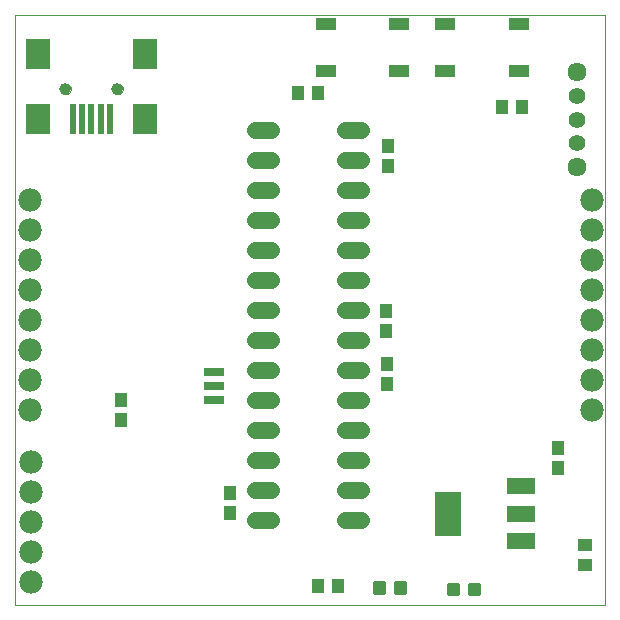
<source format=gts>
G04 EAGLE Gerber X2 export*
G75*
%MOMM*%
%FSLAX34Y34*%
%LPD*%
%AMOC8*
5,1,8,0,0,1.08239X$1,22.5*%
G01*
%ADD10C,0.000000*%
%ADD11R,1.101600X1.201600*%
%ADD12R,1.801600X0.801600*%
%ADD13C,1.981200*%
%ADD14C,0.330478*%
%ADD15R,0.601600X2.601600*%
%ADD16R,2.101600X2.601600*%
%ADD17C,1.001600*%
%ADD18C,1.422400*%
%ADD19R,1.201600X1.101600*%
%ADD20R,1.751600X1.101600*%
%ADD21C,1.609600*%
%ADD22C,1.409600*%
%ADD23R,2.336800X1.320800*%
%ADD24R,2.301600X3.701600*%


D10*
X0Y0D02*
X500000Y0D01*
X500000Y500000D01*
X0Y500000D01*
X0Y0D01*
D11*
X89960Y173680D03*
X89960Y156680D03*
X316300Y388730D03*
X316300Y371730D03*
X314420Y249000D03*
X314420Y232000D03*
X314910Y204040D03*
X314910Y187040D03*
X182170Y95330D03*
X182170Y78330D03*
D12*
X168748Y197656D03*
X168748Y185656D03*
X168748Y173656D03*
D13*
X12700Y342900D03*
X12700Y317500D03*
X12700Y292100D03*
X12700Y266700D03*
X12700Y241300D03*
X12700Y215900D03*
X12700Y190500D03*
X12700Y165100D03*
X488950Y165100D03*
X488950Y190500D03*
X488950Y215900D03*
X488950Y241300D03*
X488950Y266700D03*
X488950Y292100D03*
X488950Y317500D03*
X488950Y342900D03*
D14*
X312726Y18426D02*
X312726Y10714D01*
X305014Y10714D01*
X305014Y18426D01*
X312726Y18426D01*
X312726Y14018D02*
X305014Y14018D01*
X305014Y17322D02*
X312726Y17322D01*
X330266Y18426D02*
X330266Y10714D01*
X322554Y10714D01*
X322554Y18426D01*
X330266Y18426D01*
X330266Y14018D02*
X322554Y14018D01*
X322554Y17322D02*
X330266Y17322D01*
D15*
X64900Y412090D03*
X72900Y412090D03*
X48900Y412090D03*
X56900Y412090D03*
D16*
X109900Y467090D03*
X109900Y412090D03*
X19900Y467090D03*
X19900Y412090D03*
D15*
X80900Y412090D03*
D10*
X82400Y437090D02*
X82402Y437224D01*
X82408Y437358D01*
X82418Y437491D01*
X82432Y437625D01*
X82450Y437758D01*
X82472Y437890D01*
X82497Y438021D01*
X82527Y438152D01*
X82561Y438282D01*
X82598Y438410D01*
X82639Y438538D01*
X82684Y438664D01*
X82733Y438789D01*
X82785Y438912D01*
X82841Y439034D01*
X82901Y439154D01*
X82964Y439272D01*
X83031Y439388D01*
X83101Y439502D01*
X83175Y439614D01*
X83252Y439724D01*
X83332Y439832D01*
X83415Y439937D01*
X83501Y440039D01*
X83590Y440139D01*
X83683Y440236D01*
X83778Y440331D01*
X83876Y440422D01*
X83976Y440511D01*
X84079Y440596D01*
X84185Y440679D01*
X84293Y440758D01*
X84403Y440834D01*
X84516Y440907D01*
X84631Y440976D01*
X84747Y441042D01*
X84866Y441104D01*
X84986Y441163D01*
X85109Y441218D01*
X85232Y441270D01*
X85357Y441317D01*
X85484Y441361D01*
X85612Y441402D01*
X85741Y441438D01*
X85871Y441471D01*
X86002Y441499D01*
X86133Y441524D01*
X86266Y441545D01*
X86399Y441562D01*
X86532Y441575D01*
X86666Y441584D01*
X86800Y441589D01*
X86934Y441590D01*
X87067Y441587D01*
X87201Y441580D01*
X87335Y441569D01*
X87468Y441554D01*
X87601Y441535D01*
X87733Y441512D01*
X87864Y441486D01*
X87994Y441455D01*
X88124Y441420D01*
X88252Y441382D01*
X88379Y441340D01*
X88505Y441294D01*
X88630Y441244D01*
X88753Y441191D01*
X88874Y441134D01*
X88994Y441073D01*
X89111Y441009D01*
X89227Y440942D01*
X89341Y440871D01*
X89452Y440796D01*
X89561Y440719D01*
X89668Y440638D01*
X89773Y440554D01*
X89874Y440467D01*
X89974Y440377D01*
X90070Y440284D01*
X90164Y440188D01*
X90255Y440089D01*
X90342Y439988D01*
X90427Y439884D01*
X90509Y439778D01*
X90587Y439670D01*
X90662Y439559D01*
X90734Y439446D01*
X90803Y439330D01*
X90868Y439213D01*
X90929Y439094D01*
X90987Y438973D01*
X91041Y438851D01*
X91092Y438727D01*
X91139Y438601D01*
X91182Y438474D01*
X91221Y438346D01*
X91257Y438217D01*
X91288Y438087D01*
X91316Y437956D01*
X91340Y437824D01*
X91360Y437691D01*
X91376Y437558D01*
X91388Y437425D01*
X91396Y437291D01*
X91400Y437157D01*
X91400Y437023D01*
X91396Y436889D01*
X91388Y436755D01*
X91376Y436622D01*
X91360Y436489D01*
X91340Y436356D01*
X91316Y436224D01*
X91288Y436093D01*
X91257Y435963D01*
X91221Y435834D01*
X91182Y435706D01*
X91139Y435579D01*
X91092Y435453D01*
X91041Y435329D01*
X90987Y435207D01*
X90929Y435086D01*
X90868Y434967D01*
X90803Y434850D01*
X90734Y434734D01*
X90662Y434621D01*
X90587Y434510D01*
X90509Y434402D01*
X90427Y434296D01*
X90342Y434192D01*
X90255Y434091D01*
X90164Y433992D01*
X90070Y433896D01*
X89974Y433803D01*
X89874Y433713D01*
X89773Y433626D01*
X89668Y433542D01*
X89561Y433461D01*
X89452Y433384D01*
X89341Y433309D01*
X89227Y433238D01*
X89111Y433171D01*
X88994Y433107D01*
X88874Y433046D01*
X88753Y432989D01*
X88630Y432936D01*
X88505Y432886D01*
X88379Y432840D01*
X88252Y432798D01*
X88124Y432760D01*
X87994Y432725D01*
X87864Y432694D01*
X87733Y432668D01*
X87601Y432645D01*
X87468Y432626D01*
X87335Y432611D01*
X87201Y432600D01*
X87067Y432593D01*
X86934Y432590D01*
X86800Y432591D01*
X86666Y432596D01*
X86532Y432605D01*
X86399Y432618D01*
X86266Y432635D01*
X86133Y432656D01*
X86002Y432681D01*
X85871Y432709D01*
X85741Y432742D01*
X85612Y432778D01*
X85484Y432819D01*
X85357Y432863D01*
X85232Y432910D01*
X85109Y432962D01*
X84986Y433017D01*
X84866Y433076D01*
X84747Y433138D01*
X84631Y433204D01*
X84516Y433273D01*
X84403Y433346D01*
X84293Y433422D01*
X84185Y433501D01*
X84079Y433584D01*
X83976Y433669D01*
X83876Y433758D01*
X83778Y433849D01*
X83683Y433944D01*
X83590Y434041D01*
X83501Y434141D01*
X83415Y434243D01*
X83332Y434348D01*
X83252Y434456D01*
X83175Y434566D01*
X83101Y434678D01*
X83031Y434792D01*
X82964Y434908D01*
X82901Y435026D01*
X82841Y435146D01*
X82785Y435268D01*
X82733Y435391D01*
X82684Y435516D01*
X82639Y435642D01*
X82598Y435770D01*
X82561Y435898D01*
X82527Y436028D01*
X82497Y436159D01*
X82472Y436290D01*
X82450Y436422D01*
X82432Y436555D01*
X82418Y436689D01*
X82408Y436822D01*
X82402Y436956D01*
X82400Y437090D01*
D17*
X86900Y437090D03*
D10*
X38400Y437090D02*
X38402Y437224D01*
X38408Y437358D01*
X38418Y437491D01*
X38432Y437625D01*
X38450Y437758D01*
X38472Y437890D01*
X38497Y438021D01*
X38527Y438152D01*
X38561Y438282D01*
X38598Y438410D01*
X38639Y438538D01*
X38684Y438664D01*
X38733Y438789D01*
X38785Y438912D01*
X38841Y439034D01*
X38901Y439154D01*
X38964Y439272D01*
X39031Y439388D01*
X39101Y439502D01*
X39175Y439614D01*
X39252Y439724D01*
X39332Y439832D01*
X39415Y439937D01*
X39501Y440039D01*
X39590Y440139D01*
X39683Y440236D01*
X39778Y440331D01*
X39876Y440422D01*
X39976Y440511D01*
X40079Y440596D01*
X40185Y440679D01*
X40293Y440758D01*
X40403Y440834D01*
X40516Y440907D01*
X40631Y440976D01*
X40747Y441042D01*
X40866Y441104D01*
X40986Y441163D01*
X41109Y441218D01*
X41232Y441270D01*
X41357Y441317D01*
X41484Y441361D01*
X41612Y441402D01*
X41741Y441438D01*
X41871Y441471D01*
X42002Y441499D01*
X42133Y441524D01*
X42266Y441545D01*
X42399Y441562D01*
X42532Y441575D01*
X42666Y441584D01*
X42800Y441589D01*
X42934Y441590D01*
X43067Y441587D01*
X43201Y441580D01*
X43335Y441569D01*
X43468Y441554D01*
X43601Y441535D01*
X43733Y441512D01*
X43864Y441486D01*
X43994Y441455D01*
X44124Y441420D01*
X44252Y441382D01*
X44379Y441340D01*
X44505Y441294D01*
X44630Y441244D01*
X44753Y441191D01*
X44874Y441134D01*
X44994Y441073D01*
X45111Y441009D01*
X45227Y440942D01*
X45341Y440871D01*
X45452Y440796D01*
X45561Y440719D01*
X45668Y440638D01*
X45773Y440554D01*
X45874Y440467D01*
X45974Y440377D01*
X46070Y440284D01*
X46164Y440188D01*
X46255Y440089D01*
X46342Y439988D01*
X46427Y439884D01*
X46509Y439778D01*
X46587Y439670D01*
X46662Y439559D01*
X46734Y439446D01*
X46803Y439330D01*
X46868Y439213D01*
X46929Y439094D01*
X46987Y438973D01*
X47041Y438851D01*
X47092Y438727D01*
X47139Y438601D01*
X47182Y438474D01*
X47221Y438346D01*
X47257Y438217D01*
X47288Y438087D01*
X47316Y437956D01*
X47340Y437824D01*
X47360Y437691D01*
X47376Y437558D01*
X47388Y437425D01*
X47396Y437291D01*
X47400Y437157D01*
X47400Y437023D01*
X47396Y436889D01*
X47388Y436755D01*
X47376Y436622D01*
X47360Y436489D01*
X47340Y436356D01*
X47316Y436224D01*
X47288Y436093D01*
X47257Y435963D01*
X47221Y435834D01*
X47182Y435706D01*
X47139Y435579D01*
X47092Y435453D01*
X47041Y435329D01*
X46987Y435207D01*
X46929Y435086D01*
X46868Y434967D01*
X46803Y434850D01*
X46734Y434734D01*
X46662Y434621D01*
X46587Y434510D01*
X46509Y434402D01*
X46427Y434296D01*
X46342Y434192D01*
X46255Y434091D01*
X46164Y433992D01*
X46070Y433896D01*
X45974Y433803D01*
X45874Y433713D01*
X45773Y433626D01*
X45668Y433542D01*
X45561Y433461D01*
X45452Y433384D01*
X45341Y433309D01*
X45227Y433238D01*
X45111Y433171D01*
X44994Y433107D01*
X44874Y433046D01*
X44753Y432989D01*
X44630Y432936D01*
X44505Y432886D01*
X44379Y432840D01*
X44252Y432798D01*
X44124Y432760D01*
X43994Y432725D01*
X43864Y432694D01*
X43733Y432668D01*
X43601Y432645D01*
X43468Y432626D01*
X43335Y432611D01*
X43201Y432600D01*
X43067Y432593D01*
X42934Y432590D01*
X42800Y432591D01*
X42666Y432596D01*
X42532Y432605D01*
X42399Y432618D01*
X42266Y432635D01*
X42133Y432656D01*
X42002Y432681D01*
X41871Y432709D01*
X41741Y432742D01*
X41612Y432778D01*
X41484Y432819D01*
X41357Y432863D01*
X41232Y432910D01*
X41109Y432962D01*
X40986Y433017D01*
X40866Y433076D01*
X40747Y433138D01*
X40631Y433204D01*
X40516Y433273D01*
X40403Y433346D01*
X40293Y433422D01*
X40185Y433501D01*
X40079Y433584D01*
X39976Y433669D01*
X39876Y433758D01*
X39778Y433849D01*
X39683Y433944D01*
X39590Y434041D01*
X39501Y434141D01*
X39415Y434243D01*
X39332Y434348D01*
X39252Y434456D01*
X39175Y434566D01*
X39101Y434678D01*
X39031Y434792D01*
X38964Y434908D01*
X38901Y435026D01*
X38841Y435146D01*
X38785Y435268D01*
X38733Y435391D01*
X38684Y435516D01*
X38639Y435642D01*
X38598Y435770D01*
X38561Y435898D01*
X38527Y436028D01*
X38497Y436159D01*
X38472Y436290D01*
X38450Y436422D01*
X38432Y436555D01*
X38418Y436689D01*
X38408Y436822D01*
X38402Y436956D01*
X38400Y437090D01*
D17*
X42900Y437090D03*
D18*
X203396Y402600D02*
X216604Y402600D01*
X216604Y377200D02*
X203396Y377200D01*
X203396Y351800D02*
X216604Y351800D01*
X216604Y326400D02*
X203396Y326400D01*
X203396Y301000D02*
X216604Y301000D01*
X216604Y275600D02*
X203396Y275600D01*
X203396Y250200D02*
X216604Y250200D01*
X216604Y224800D02*
X203396Y224800D01*
X203396Y199400D02*
X216604Y199400D01*
X216604Y174000D02*
X203396Y174000D01*
X203396Y148600D02*
X216604Y148600D01*
X216604Y123200D02*
X203396Y123200D01*
X203396Y97800D02*
X216604Y97800D01*
X216604Y72400D02*
X203396Y72400D01*
X279596Y72400D02*
X292804Y72400D01*
X292804Y97800D02*
X279596Y97800D01*
X279596Y123200D02*
X292804Y123200D01*
X292804Y148600D02*
X279596Y148600D01*
X279596Y174000D02*
X292804Y174000D01*
X292804Y199400D02*
X279596Y199400D01*
X279596Y224800D02*
X292804Y224800D01*
X292804Y250200D02*
X279596Y250200D01*
X279596Y275600D02*
X292804Y275600D01*
X292804Y301000D02*
X279596Y301000D01*
X279596Y326400D02*
X292804Y326400D01*
X292804Y351800D02*
X279596Y351800D01*
X279596Y377200D02*
X292804Y377200D01*
X292804Y402600D02*
X279596Y402600D01*
D13*
X13320Y121370D03*
X13320Y95970D03*
X13320Y70570D03*
X13320Y45170D03*
X13320Y19770D03*
D19*
X483010Y50850D03*
X483010Y33850D03*
D11*
X256840Y16700D03*
X273840Y16700D03*
X412170Y421810D03*
X429170Y421810D03*
X239940Y433870D03*
X256940Y433870D03*
D14*
X385134Y17426D02*
X385134Y9714D01*
X385134Y17426D02*
X392846Y17426D01*
X392846Y9714D01*
X385134Y9714D01*
X385134Y13018D02*
X392846Y13018D01*
X392846Y16322D02*
X385134Y16322D01*
X367594Y17426D02*
X367594Y9714D01*
X367594Y17426D02*
X375306Y17426D01*
X375306Y9714D01*
X367594Y9714D01*
X367594Y13018D02*
X375306Y13018D01*
X375306Y16322D02*
X367594Y16322D01*
D20*
X364550Y492260D03*
X364550Y452260D03*
X426550Y452260D03*
X426550Y492260D03*
D21*
X476410Y451160D03*
X476410Y371160D03*
D22*
X476410Y431160D03*
X476410Y411160D03*
X476410Y391160D03*
D20*
X263360Y492200D03*
X263360Y452200D03*
X325360Y452200D03*
X325360Y492200D03*
D11*
X459740Y115960D03*
X459740Y132960D03*
D23*
X428498Y54356D03*
X428498Y77470D03*
X428498Y100584D03*
D24*
X366520Y77470D03*
M02*

</source>
